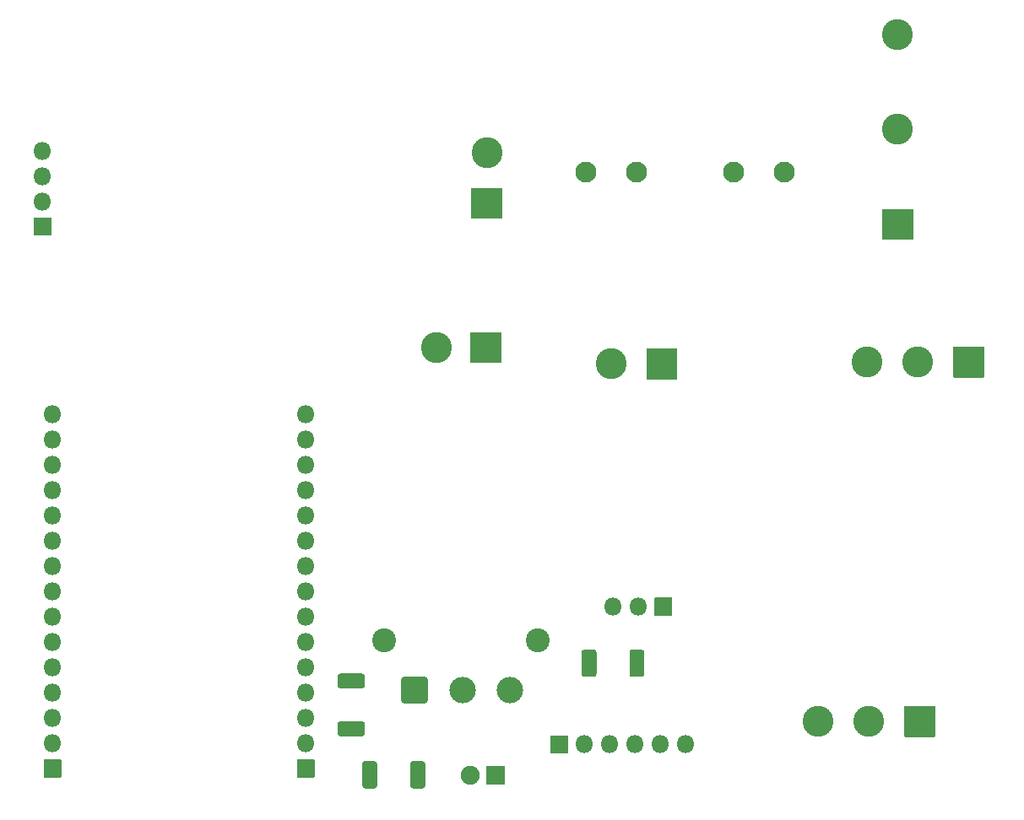
<source format=gts>
G04 #@! TF.GenerationSoftware,KiCad,Pcbnew,5.1.12-84ad8e8a86~92~ubuntu18.04.1*
G04 #@! TF.CreationDate,2022-03-31T10:50:17-04:00*
G04 #@! TF.ProjectId,OMC_WIFI_PCB,4f4d435f-5749-4464-995f-5043422e6b69,rev?*
G04 #@! TF.SameCoordinates,Original*
G04 #@! TF.FileFunction,Soldermask,Top*
G04 #@! TF.FilePolarity,Negative*
%FSLAX46Y46*%
G04 Gerber Fmt 4.6, Leading zero omitted, Abs format (unit mm)*
G04 Created by KiCad (PCBNEW 5.1.12-84ad8e8a86~92~ubuntu18.04.1) date 2022-03-31 10:50:17*
%MOMM*%
%LPD*%
G01*
G04 APERTURE LIST*
%ADD10O,1.800000X1.800000*%
%ADD11C,2.100000*%
%ADD12C,3.100000*%
%ADD13C,1.900000*%
%ADD14C,2.400000*%
%ADD15C,2.650000*%
G04 APERTURE END LIST*
G36*
G01*
X612207144Y910330000D02*
X609992856Y910330000D01*
G75*
G02*
X609725000Y910597856I0J267856D01*
G01*
X609725000Y911562144D01*
G75*
G02*
X609992856Y911830000I267856J0D01*
G01*
X612207144Y911830000D01*
G75*
G02*
X612475000Y911562144I0J-267856D01*
G01*
X612475000Y910597856D01*
G75*
G02*
X612207144Y910330000I-267856J0D01*
G01*
G37*
G36*
G01*
X612207144Y905530000D02*
X609992856Y905530000D01*
G75*
G02*
X609725000Y905797856I0J267856D01*
G01*
X609725000Y906762144D01*
G75*
G02*
X609992856Y907030000I267856J0D01*
G01*
X612207144Y907030000D01*
G75*
G02*
X612475000Y906762144I0J-267856D01*
G01*
X612475000Y905797856D01*
G75*
G02*
X612207144Y905530000I-267856J0D01*
G01*
G37*
G36*
G01*
X635700000Y913967144D02*
X635700000Y911752856D01*
G75*
G02*
X635432144Y911485000I-267856J0D01*
G01*
X634467856Y911485000D01*
G75*
G02*
X634200000Y911752856I0J267856D01*
G01*
X634200000Y913967144D01*
G75*
G02*
X634467856Y914235000I267856J0D01*
G01*
X635432144Y914235000D01*
G75*
G02*
X635700000Y913967144I0J-267856D01*
G01*
G37*
G36*
G01*
X640500000Y913967144D02*
X640500000Y911752856D01*
G75*
G02*
X640232144Y911485000I-267856J0D01*
G01*
X639267856Y911485000D01*
G75*
G02*
X639000000Y911752856I0J267856D01*
G01*
X639000000Y913967144D01*
G75*
G02*
X639267856Y914235000I267856J0D01*
G01*
X640232144Y914235000D01*
G75*
G02*
X640500000Y913967144I0J-267856D01*
G01*
G37*
G36*
G01*
X632820000Y903830000D02*
X631120000Y903830000D01*
G75*
G02*
X631070000Y903880000I0J50000D01*
G01*
X631070000Y905580000D01*
G75*
G02*
X631120000Y905630000I50000J0D01*
G01*
X632820000Y905630000D01*
G75*
G02*
X632870000Y905580000I0J-50000D01*
G01*
X632870000Y903880000D01*
G75*
G02*
X632820000Y903830000I-50000J0D01*
G01*
G37*
D10*
X634510000Y904730000D03*
X637050000Y904730000D03*
X639590000Y904730000D03*
X642130000Y904730000D03*
X644670000Y904730000D03*
D11*
X639690000Y962160000D03*
X634610000Y962170000D03*
X654570000Y962180000D03*
X649490000Y962190000D03*
G36*
G01*
X626200000Y957475000D02*
X623200000Y957475000D01*
G75*
G02*
X623150000Y957525000I0J50000D01*
G01*
X623150000Y960525000D01*
G75*
G02*
X623200000Y960575000I50000J0D01*
G01*
X626200000Y960575000D01*
G75*
G02*
X626250000Y960525000I0J-50000D01*
G01*
X626250000Y957525000D01*
G75*
G02*
X626200000Y957475000I-50000J0D01*
G01*
G37*
D12*
X624700000Y964105000D03*
X657960000Y907010000D03*
X663040000Y907010000D03*
G36*
G01*
X669670000Y908510000D02*
X669670000Y905510000D01*
G75*
G02*
X669620000Y905460000I-50000J0D01*
G01*
X666620000Y905460000D01*
G75*
G02*
X666570000Y905510000I0J50000D01*
G01*
X666570000Y908510000D01*
G75*
G02*
X666620000Y908560000I50000J0D01*
G01*
X669620000Y908560000D01*
G75*
G02*
X669670000Y908510000I0J-50000D01*
G01*
G37*
G36*
G01*
X643800000Y944400000D02*
X643800000Y941400000D01*
G75*
G02*
X643750000Y941350000I-50000J0D01*
G01*
X640750000Y941350000D01*
G75*
G02*
X640700000Y941400000I0J50000D01*
G01*
X640700000Y944400000D01*
G75*
G02*
X640750000Y944450000I50000J0D01*
G01*
X643750000Y944450000D01*
G75*
G02*
X643800000Y944400000I0J-50000D01*
G01*
G37*
X637170000Y942900000D03*
X662860000Y943080000D03*
X667940000Y943080000D03*
G36*
G01*
X674570000Y944580000D02*
X674570000Y941580000D01*
G75*
G02*
X674520000Y941530000I-50000J0D01*
G01*
X671520000Y941530000D01*
G75*
G02*
X671470000Y941580000I0J50000D01*
G01*
X671470000Y944580000D01*
G75*
G02*
X671520000Y944630000I50000J0D01*
G01*
X674520000Y944630000D01*
G75*
G02*
X674570000Y944580000I0J-50000D01*
G01*
G37*
G36*
G01*
X626535000Y902515000D02*
X626535000Y900715000D01*
G75*
G02*
X626485000Y900665000I-50000J0D01*
G01*
X624685000Y900665000D01*
G75*
G02*
X624635000Y900715000I0J50000D01*
G01*
X624635000Y902515000D01*
G75*
G02*
X624685000Y902565000I50000J0D01*
G01*
X626485000Y902565000D01*
G75*
G02*
X626535000Y902515000I0J-50000D01*
G01*
G37*
D13*
X623045000Y901615000D03*
G36*
G01*
X607440000Y903150000D02*
X607440000Y901450000D01*
G75*
G02*
X607390000Y901400000I-50000J0D01*
G01*
X605690000Y901400000D01*
G75*
G02*
X605640000Y901450000I0J50000D01*
G01*
X605640000Y903150000D01*
G75*
G02*
X605690000Y903200000I50000J0D01*
G01*
X607390000Y903200000D01*
G75*
G02*
X607440000Y903150000I0J-50000D01*
G01*
G37*
D10*
X606540000Y904840000D03*
X606540000Y907380000D03*
X606540000Y909920000D03*
X606540000Y912460000D03*
X606540000Y915000000D03*
X606540000Y917540000D03*
X606540000Y920080000D03*
X606540000Y922620000D03*
X606540000Y925160000D03*
X606540000Y927700000D03*
X606540000Y930240000D03*
X606540000Y932780000D03*
X606540000Y935320000D03*
X606540000Y937860000D03*
G36*
G01*
X582040000Y903150000D02*
X582040000Y901450000D01*
G75*
G02*
X581990000Y901400000I-50000J0D01*
G01*
X580290000Y901400000D01*
G75*
G02*
X580240000Y901450000I0J50000D01*
G01*
X580240000Y903150000D01*
G75*
G02*
X580290000Y903200000I50000J0D01*
G01*
X581990000Y903200000D01*
G75*
G02*
X582040000Y903150000I0J-50000D01*
G01*
G37*
X581140000Y904840000D03*
X581140000Y907380000D03*
X581140000Y909920000D03*
X581140000Y912460000D03*
X581140000Y915000000D03*
X581140000Y917540000D03*
X581140000Y920080000D03*
X581140000Y922620000D03*
X581140000Y925160000D03*
X581140000Y927700000D03*
X581140000Y930240000D03*
X581140000Y932780000D03*
X581140000Y935320000D03*
X581140000Y937860000D03*
D12*
X665900000Y975970000D03*
X665900000Y966440000D03*
G36*
G01*
X667400000Y955360000D02*
X664400000Y955360000D01*
G75*
G02*
X664350000Y955410000I0J50000D01*
G01*
X664350000Y958410000D01*
G75*
G02*
X664400000Y958460000I50000J0D01*
G01*
X667400000Y958460000D01*
G75*
G02*
X667450000Y958410000I0J-50000D01*
G01*
X667450000Y955410000D01*
G75*
G02*
X667400000Y955360000I-50000J0D01*
G01*
G37*
D10*
X637320000Y918540000D03*
X639860000Y918540000D03*
G36*
G01*
X641550000Y919440000D02*
X643250000Y919440000D01*
G75*
G02*
X643300000Y919390000I0J-50000D01*
G01*
X643300000Y917690000D01*
G75*
G02*
X643250000Y917640000I-50000J0D01*
G01*
X641550000Y917640000D01*
G75*
G02*
X641500000Y917690000I0J50000D01*
G01*
X641500000Y919390000D01*
G75*
G02*
X641550000Y919440000I50000J0D01*
G01*
G37*
X580125000Y964295000D03*
X580125000Y961755000D03*
X580125000Y959215000D03*
G36*
G01*
X581025000Y957525000D02*
X581025000Y955825000D01*
G75*
G02*
X580975000Y955775000I-50000J0D01*
G01*
X579275000Y955775000D01*
G75*
G02*
X579225000Y955825000I0J50000D01*
G01*
X579225000Y957525000D01*
G75*
G02*
X579275000Y957575000I50000J0D01*
G01*
X580975000Y957575000D01*
G75*
G02*
X581025000Y957525000I0J-50000D01*
G01*
G37*
D14*
X629825000Y915150000D03*
G36*
G01*
X623125000Y946100000D02*
X626125000Y946100000D01*
G75*
G02*
X626175000Y946050000I0J-50000D01*
G01*
X626175000Y943050000D01*
G75*
G02*
X626125000Y943000000I-50000J0D01*
G01*
X623125000Y943000000D01*
G75*
G02*
X623075000Y943050000I0J50000D01*
G01*
X623075000Y946050000D01*
G75*
G02*
X623125000Y946100000I50000J0D01*
G01*
G37*
D12*
X619625000Y944550000D03*
D14*
X614425000Y915150000D03*
G36*
G01*
X612210000Y900557856D02*
X612210000Y902772144D01*
G75*
G02*
X612477856Y903040000I267856J0D01*
G01*
X613442144Y903040000D01*
G75*
G02*
X613710000Y902772144I0J-267856D01*
G01*
X613710000Y900557856D01*
G75*
G02*
X613442144Y900290000I-267856J0D01*
G01*
X612477856Y900290000D01*
G75*
G02*
X612210000Y900557856I0J267856D01*
G01*
G37*
G36*
G01*
X617010000Y900557856D02*
X617010000Y902772144D01*
G75*
G02*
X617277856Y903040000I267856J0D01*
G01*
X618242144Y903040000D01*
G75*
G02*
X618510000Y902772144I0J-267856D01*
G01*
X618510000Y900557856D01*
G75*
G02*
X618242144Y900290000I-267856J0D01*
G01*
X617277856Y900290000D01*
G75*
G02*
X617010000Y900557856I0J267856D01*
G01*
G37*
D15*
X627060000Y910170000D03*
X622260000Y910170000D03*
G36*
G01*
X616135000Y909104802D02*
X616135000Y911235198D01*
G75*
G02*
X616394802Y911495000I259802J0D01*
G01*
X618525198Y911495000D01*
G75*
G02*
X618785000Y911235198I0J-259802D01*
G01*
X618785000Y909104802D01*
G75*
G02*
X618525198Y908845000I-259802J0D01*
G01*
X616394802Y908845000D01*
G75*
G02*
X616135000Y909104802I0J259802D01*
G01*
G37*
M02*

</source>
